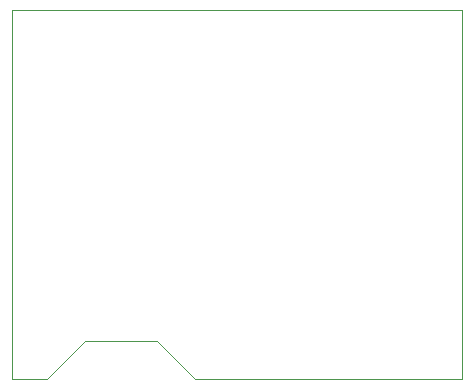
<source format=gbr>
%TF.GenerationSoftware,KiCad,Pcbnew,7.0.8*%
%TF.CreationDate,2024-06-23T14:42:54-04:00*%
%TF.ProjectId,rugby64,72756762-7936-4342-9e6b-696361645f70,rev?*%
%TF.SameCoordinates,Original*%
%TF.FileFunction,Profile,NP*%
%FSLAX46Y46*%
G04 Gerber Fmt 4.6, Leading zero omitted, Abs format (unit mm)*
G04 Created by KiCad (PCBNEW 7.0.8) date 2024-06-23 14:42:54*
%MOMM*%
%LPD*%
G01*
G04 APERTURE LIST*
%TA.AperFunction,Profile*%
%ADD10C,0.100000*%
%TD*%
G04 APERTURE END LIST*
D10*
X52267450Y-54787800D02*
X52267450Y-23503695D01*
X20294600Y-51587400D02*
X26441400Y-51587400D01*
X17094200Y-54787800D02*
X20293900Y-51588100D01*
X14116650Y-54796495D02*
X16992600Y-54796495D01*
X52267450Y-23503695D02*
X14116650Y-23503695D01*
X14116650Y-23503695D02*
X14116650Y-54796495D01*
X26441400Y-51587400D02*
X29636983Y-54782983D01*
X17094200Y-54787800D02*
X16992600Y-54787800D01*
X29636983Y-54782983D02*
X52262633Y-54782983D01*
M02*

</source>
